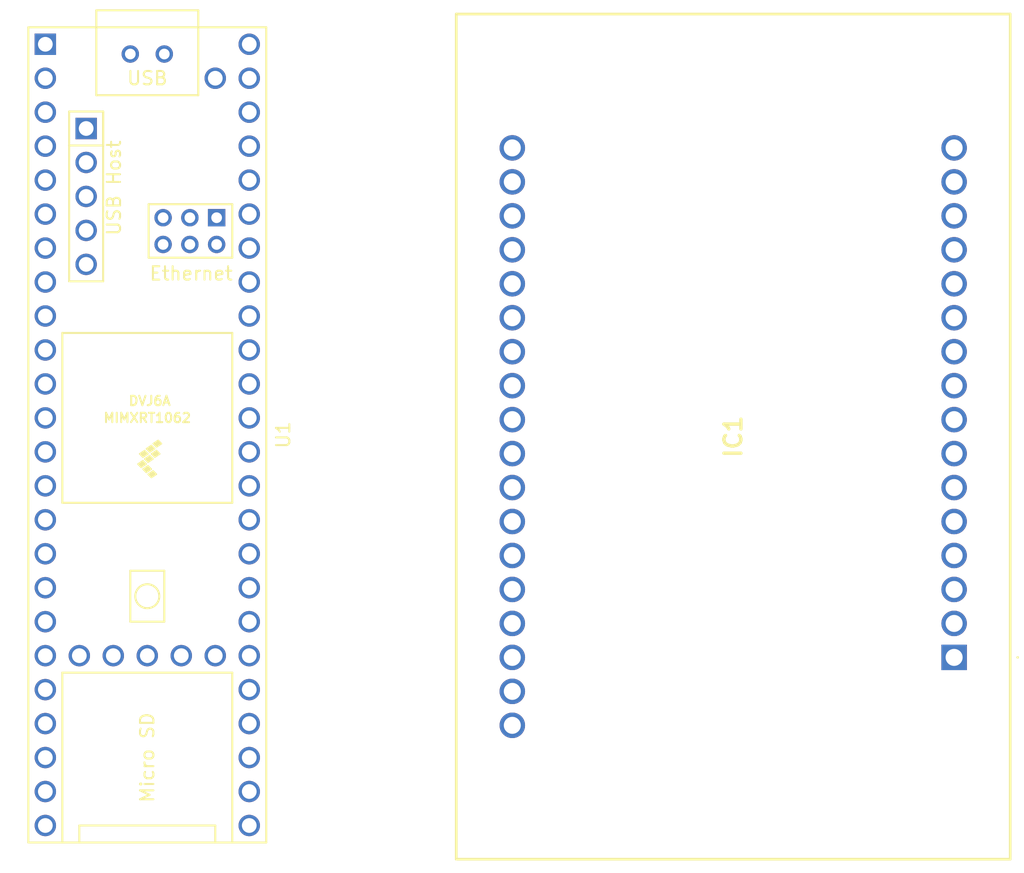
<source format=kicad_pcb>
(kicad_pcb (version 20240108) (generator "pcbnew") (generator_version "8.0")
  (layers (0 "F.Cu" signal) (31 "B.Cu" signal) (34 "B.Paste" user) (35 "F.Paste" user) (36 "B.SilkS" user "B.Silkscreen") (37 "F.SilkS" user "F.Silkscreen") (38 "B.Mask" user) (39 "F.Mask" user) (44 "Edge.Cuts" user))
  (net 0 "")
  (footprint "teensy:Teensy41" (layer "F.Cu") (at 81.82 88.19 -90)
    (property "Reference" "U1" (at 0 -10.16 90) (layer "F.SilkS"))
    (property "Value" "Teensy4.1")
    (fp_line (start -30.48 8.89) (end -30.48 -8.89) (stroke (width 0.15)) (layer "F.SilkS"))
    (fp_line (start 30.48 8.89) (end -30.48 8.89) (stroke (width 0.15)) (layer "F.SilkS"))
    (fp_line (start -7.62 6.35) (end 5.08 6.35) (stroke (width 0.15)) (layer "F.SilkS"))
    (fp_line (start 5.08 6.35) (end 5.08 -6.35) (stroke (width 0.15)) (layer "F.SilkS"))
    (fp_line (start 17.78 6.35) (end 30.48 6.35) (stroke (width 0.15)) (layer "F.SilkS"))
    (fp_line (start -24.1808 5.8392) (end -24.1808 3.2992) (stroke (width 0.15)) (layer "F.SilkS"))
    (fp_line (start -11.4808 5.8392) (end -24.1808 5.8392) (stroke (width 0.15)) (layer "F.SilkS"))
    (fp_line (start 29.21 5.08) (end 30.48 5.08) (stroke (width 0.15)) (layer "F.SilkS"))
    (fp_line (start -31.75 3.81) (end -31.75 -3.81) (stroke (width 0.15)) (layer "F.SilkS"))
    (fp_line (start -30.48 3.81) (end -31.75 3.81) (stroke (width 0.15)) (layer "F.SilkS"))
    (fp_line (start -25.4 3.81) (end -30.48 3.81) (stroke (width 0.15)) (layer "F.SilkS"))
    (fp_line (start -25.4 3.81) (end -25.4 -3.81) (stroke (width 0.15)) (layer "F.SilkS"))
    (fp_line (start -24.1808 3.2992) (end -21.6408 3.2992) (stroke (width 0.15)) (layer "F.SilkS"))
    (fp_line (start -24.1808 3.2992) (end -11.4808 3.2992) (stroke (width 0.15)) (layer "F.SilkS"))
    (fp_line (start -21.6408 3.2992) (end -21.6408 5.8392) (stroke (width 0.15)) (layer "F.SilkS"))
    (fp_line (start -11.4808 3.2992) (end -11.4808 5.8392) (stroke (width 0.15)) (layer "F.SilkS"))
    (fp_line (start 10.16 1.27) (end 10.16 -1.27) (stroke (width 0.15)) (layer "F.SilkS"))
    (fp_line (start 13.97 1.27) (end 10.16 1.27) (stroke (width 0.15)) (layer "F.SilkS"))
    (fp_line (start -17.25 -0.1016) (end -13.25 -0.1016) (stroke (width 0.15)) (layer "F.SilkS"))
    (fp_line (start -13.25 -0.1016) (end -13.25 -6.3516) (stroke (width 0.15)) (layer "F.SilkS"))
    (fp_line (start 10.16 -1.27) (end 13.97 -1.27) (stroke (width 0.15)) (layer "F.SilkS"))
    (fp_line (start 13.97 -1.27) (end 13.97 1.27) (stroke (width 0.15)) (layer "F.SilkS"))
    (fp_line (start -31.75 -3.81) (end -30.48 -3.81) (stroke (width 0.15)) (layer "F.SilkS"))
    (fp_line (start -25.4 -3.81) (end -30.48 -3.81) (stroke (width 0.15)) (layer "F.SilkS"))
    (fp_line (start 29.21 -5.08) (end 29.21 5.08) (stroke (width 0.15)) (layer "F.SilkS"))
    (fp_line (start 30.48 -5.08) (end 29.21 -5.08) (stroke (width 0.15)) (layer "F.SilkS"))
    (fp_line (start -17.25 -6.1016) (end -17.25 -0.1016) (stroke (width 0.15)) (layer "F.SilkS"))
    (fp_line (start -7.62 -6.35) (end -7.62 6.35) (stroke (width 0.15)) (layer "F.SilkS"))
    (fp_line (start 5.08 -6.35) (end -7.62 -6.35) (stroke (width 0.15)) (layer "F.SilkS"))
    (fp_line (start 17.78 -6.35) (end 17.78 6.35) (stroke (width 0.15)) (layer "F.SilkS"))
    (fp_line (start 30.48 -6.35) (end 17.78 -6.35) (stroke (width 0.15)) (layer "F.SilkS"))
    (fp_line (start -17.25 -6.3516) (end -17.25 -6.1016) (stroke (width 0.15)) (layer "F.SilkS"))
    (fp_line (start -13.25 -6.3516) (end -17.25 -6.3516) (stroke (width 0.15)) (layer "F.SilkS"))
    (fp_line (start -30.48 -8.89) (end 30.48 -8.89) (stroke (width 0.15)) (layer "F.SilkS"))
    (fp_line (start 30.48 -8.89) (end 30.48 8.89) (stroke (width 0.15)) (layer "F.SilkS"))
    (fp_circle (center 12.065 0) (end 12.7 -0.635) (stroke (width 0.15)) (fill none) (layer "F.SilkS"))
    (fp_poly (pts (xy 2.435 0.455) (xy 2.181 0.709) (xy 1.927 0.328) (xy 2.181 0.074)) (stroke (width 0.1)) (fill solid) (layer "F.SilkS"))
    (fp_poly (pts (xy 1.673 0.328) (xy 1.419 0.582) (xy 1.165 0.201) (xy 1.419 -0.053)) (stroke (width 0.1)) (fill solid) (layer "F.SilkS"))
    (fp_poly (pts (xy 2.816 0.074) (xy 2.562 0.328) (xy 2.308 -0.053) (xy 2.562 -0.307)) (stroke (width 0.1)) (fill solid) (layer "F.SilkS"))
    (fp_poly (pts (xy 2.054 -0.053) (xy 1.8 0.201) (xy 1.546 -0.18) (xy 1.8 -0.434)) (stroke (width 0.1)) (fill solid) (layer "F.SilkS"))
    (fp_poly (pts (xy 1.292 -0.18) (xy 1.038 0.074) (xy 0.784 -0.307) (xy 1.038 -0.561)) (stroke (width 0.1)) (fill solid) (layer "F.SilkS"))
    (fp_poly (pts (xy 3.197 -0.307) (xy 2.943 -0.053) (xy 2.689 -0.434) (xy 2.943 -0.688)) (stroke (width 0.1)) (fill solid) (layer "F.SilkS"))
    (fp_poly (pts (xy 1.673 -0.561) (xy 1.419 -0.307) (xy 1.165 -0.688) (xy 1.419 -0.942)) (stroke (width 0.1)) (fill solid) (layer "F.SilkS"))
    (fp_poly (pts (xy 0.911 -0.688) (xy 0.657 -0.434) (xy 0.403 -0.815) (xy 0.657 -1.069)) (stroke (width 0.1)) (fill solid) (layer "F.SilkS"))
    (fp_text user "Ethernet" (at -12.065 -3.2766 0) (layer "F.SilkS"))
    (fp_text user "Micro SD" (at 24.13 0 90) (layer "F.SilkS"))
    (fp_text user "MIMXRT1062" (at -1.27 0 0) (layer "F.SilkS") (effects (font (size 0.7 0.7))))
    (fp_text user "DVJ6A" (at -2.54 -0.18 0) (layer "F.SilkS") (effects (font (size 0.7 0.7))))
    (fp_text user "USB Host" (at -18.4658 2.4892 90) (layer "F.SilkS"))
    (fp_text user "USB" (at -26.67 0 0) (layer "F.SilkS"))
    (pad "1" thru_hole rect (at -29.21 7.62 270) (size 1.6 1.6) (drill 1.1) (layers "*.Cu" "*.Mask"))
    (pad "2" thru_hole circle (at -26.67 7.62 270) (size 1.6 1.6) (drill 1.1) (layers "*.Cu" "*.Mask"))
    (pad "3" thru_hole circle (at -24.13 7.62 270) (size 1.6 1.6) (drill 1.1) (layers "*.Cu" "*.Mask"))
    (pad "4" thru_hole circle (at -21.59 7.62 270) (size 1.6 1.6) (drill 1.1) (layers "*.Cu" "*.Mask"))
    (pad "5" thru_hole circle (at -19.05 7.62 270) (size 1.6 1.6) (drill 1.1) (layers "*.Cu" "*.Mask"))
    (pad "6" thru_hole circle (at -16.51 7.62 270) (size 1.6 1.6) (drill 1.1) (layers "*.Cu" "*.Mask"))
    (pad "7" thru_hole circle (at -13.97 7.62 270) (size 1.6 1.6) (drill 1.1) (layers "*.Cu" "*.Mask"))
    (pad "8" thru_hole circle (at -11.43 7.62 270) (size 1.6 1.6) (drill 1.1) (layers "*.Cu" "*.Mask"))
    (pad "9" thru_hole circle (at -8.89 7.62 270) (size 1.6 1.6) (drill 1.1) (layers "*.Cu" "*.Mask"))
    (pad "10" thru_hole circle (at -6.35 7.62 270) (size 1.6 1.6) (drill 1.1) (layers "*.Cu" "*.Mask"))
    (pad "11" thru_hole circle (at -3.81 7.62 270) (size 1.6 1.6) (drill 1.1) (layers "*.Cu" "*.Mask"))
    (pad "12" thru_hole circle (at -1.27 7.62 270) (size 1.6 1.6) (drill 1.1) (layers "*.Cu" "*.Mask"))
    (pad "13" thru_hole circle (at 1.27 7.62 270) (size 1.6 1.6) (drill 1.1) (layers "*.Cu" "*.Mask"))
    (pad "14" thru_hole circle (at 3.81 7.62 270) (size 1.6 1.6) (drill 1.1) (layers "*.Cu" "*.Mask"))
    (pad "15" thru_hole circle (at 6.35 7.62 270) (size 1.6 1.6) (drill 1.1) (layers "*.Cu" "*.Mask"))
    (pad "16" thru_hole circle (at 8.89 7.62 270) (size 1.6 1.6) (drill 1.1) (layers "*.Cu" "*.Mask"))
    (pad "17" thru_hole circle (at 11.43 7.62 270) (size 1.6 1.6) (drill 1.1) (layers "*.Cu" "*.Mask"))
    (pad "18" thru_hole circle (at 13.97 7.62 270) (size 1.6 1.6) (drill 1.1) (layers "*.Cu" "*.Mask"))
    (pad "19" thru_hole circle (at 16.51 7.62 270) (size 1.6 1.6) (drill 1.1) (layers "*.Cu" "*.Mask"))
    (pad "20" thru_hole circle (at 19.05 7.62 270) (size 1.6 1.6) (drill 1.1) (layers "*.Cu" "*.Mask"))
    (pad "21" thru_hole circle (at 21.59 7.62 270) (size 1.6 1.6) (drill 1.1) (layers "*.Cu" "*.Mask"))
    (pad "22" thru_hole circle (at 24.13 7.62 270) (size 1.6 1.6) (drill 1.1) (layers "*.Cu" "*.Mask"))
    (pad "23" thru_hole circle (at 26.67 7.62 270) (size 1.6 1.6) (drill 1.1) (layers "*.Cu" "*.Mask"))
    (pad "24" thru_hole circle (at 29.21 7.62 270) (size 1.6 1.6) (drill 1.1) (layers "*.Cu" "*.Mask"))
    (pad "25" thru_hole circle (at 29.21 -7.62 270) (size 1.6 1.6) (drill 1.1) (layers "*.Cu" "*.Mask"))
    (pad "26" thru_hole circle (at 26.67 -7.62 270) (size 1.6 1.6) (drill 1.1) (layers "*.Cu" "*.Mask"))
    (pad "27" thru_hole circle (at 24.13 -7.62 270) (size 1.6 1.6) (drill 1.1) (layers "*.Cu" "*.Mask"))
    (pad "28" thru_hole circle (at 21.59 -7.62 270) (size 1.6 1.6) (drill 1.1) (layers "*.Cu" "*.Mask"))
    (pad "29" thru_hole circle (at 19.05 -7.62 270) (size 1.6 1.6) (drill 1.1) (layers "*.Cu" "*.Mask"))
    (pad "30" thru_hole circle (at 16.51 -7.62 270) (size 1.6 1.6) (drill 1.1) (layers "*.Cu" "*.Mask"))
    (pad "31" thru_hole circle (at 13.97 -7.62 270) (size 1.6 1.6) (drill 1.1) (layers "*.Cu" "*.Mask"))
    (pad "32" thru_hole circle (at 11.43 -7.62 270) (size 1.6 1.6) (drill 1.1) (layers "*.Cu" "*.Mask"))
    (pad "33" thru_hole circle (at 8.89 -7.62 270) (size 1.6 1.6) (drill 1.1) (layers "*.Cu" "*.Mask"))
    (pad "34" thru_hole circle (at 6.35 -7.62 270) (size 1.6 1.6) (drill 1.1) (layers "*.Cu" "*.Mask"))
    (pad "35" thru_hole circle (at 3.81 -7.62 270) (size 1.6 1.6) (drill 1.1) (layers "*.Cu" "*.Mask"))
    (pad "36" thru_hole circle (at 1.27 -7.62 270) (size 1.6 1.6) (drill 1.1) (layers "*.Cu" "*.Mask"))
    (pad "37" thru_hole circle (at -1.27 -7.62 270) (size 1.6 1.6) (drill 1.1) (layers "*.Cu" "*.Mask"))
    (pad "38" thru_hole circle (at -3.81 -7.62 270) (size 1.6 1.6) (drill 1.1) (layers "*.Cu" "*.Mask"))
    (pad "39" thru_hole circle (at -6.35 -7.62 270) (size 1.6 1.6) (drill 1.1) (layers "*.Cu" "*.Mask"))
    (pad "40" thru_hole circle (at -8.89 -7.62 270) (size 1.6 1.6) (drill 1.1) (layers "*.Cu" "*.Mask"))
    (pad "41" thru_hole circle (at -11.43 -7.62 270) (size 1.6 1.6) (drill 1.1) (layers "*.Cu" "*.Mask"))
    (pad "42" thru_hole circle (at -13.97 -7.62 270) (size 1.6 1.6) (drill 1.1) (layers "*.Cu" "*.Mask"))
    (pad "43" thru_hole circle (at -16.51 -7.62 270) (size 1.6 1.6) (drill 1.1) (layers "*.Cu" "*.Mask"))
    (pad "44" thru_hole circle (at -19.05 -7.62 270) (size 1.6 1.6) (drill 1.1) (layers "*.Cu" "*.Mask"))
    (pad "45" thru_hole circle (at -21.59 -7.62 270) (size 1.6 1.6) (drill 1.1) (layers "*.Cu" "*.Mask"))
    (pad "46" thru_hole circle (at -24.13 -7.62 270) (size 1.6 1.6) (drill 1.1) (layers "*.Cu" "*.Mask"))
    (pad "47" thru_hole circle (at -26.67 -7.62 270) (size 1.6 1.6) (drill 1.1) (layers "*.Cu" "*.Mask"))
    (pad "48" thru_hole circle (at -29.21 -7.62 270) (size 1.6 1.6) (drill 1.1) (layers "*.Cu" "*.Mask"))
    (pad "49" thru_hole circle (at -26.67 -5.08 270) (size 1.6 1.6) (drill 1.1) (layers "*.Cu" "*.Mask"))
    (pad "50" thru_hole circle (at 16.51 5.08 270) (size 1.6 1.6) (drill 1.1) (layers "*.Cu" "*.Mask"))
    (pad "51" thru_hole circle (at 16.51 2.54 270) (size 1.6 1.6) (drill 1.1) (layers "*.Cu" "*.Mask"))
    (pad "52" thru_hole circle (at 16.51 0 270) (size 1.6 1.6) (drill 1.1) (layers "*.Cu" "*.Mask"))
    (pad "53" thru_hole circle (at 16.51 -2.54 270) (size 1.6 1.6) (drill 1.1) (layers "*.Cu" "*.Mask"))
    (pad "54" thru_hole circle (at 16.51 -5.08 270) (size 1.6 1.6) (drill 1.1) (layers "*.Cu" "*.Mask"))
    (pad "55" thru_hole rect (at -22.9108 4.5692 270) (size 1.6 1.6) (drill 1.1) (layers "*.Cu" "*.Mask"))
    (pad "56" thru_hole circle (at -20.3708 4.5692 270) (size 1.6 1.6) (drill 1.1) (layers "*.Cu" "*.Mask"))
    (pad "57" thru_hole circle (at -17.8308 4.5692 270) (size 1.6 1.6) (drill 1.1) (layers "*.Cu" "*.Mask"))
    (pad "58" thru_hole circle (at -15.2908 4.5692 270) (size 1.6 1.6) (drill 1.1) (layers "*.Cu" "*.Mask"))
    (pad "59" thru_hole circle (at -12.7508 4.5692 270) (size 1.6 1.6) (drill 1.1) (layers "*.Cu" "*.Mask"))
    (pad "60" thru_hole rect (at -16.24 -5.1816 270) (size 1.3 1.3) (drill 0.8) (layers "*.Cu" "*.Mask"))
    (pad "61" thru_hole circle (at -16.24 -3.1816 270) (size 1.3 1.3) (drill 0.8) (layers "*.Cu" "*.Mask"))
    (pad "62" thru_hole circle (at -16.24 -1.1816 270) (size 1.3 1.3) (drill 0.8) (layers "*.Cu" "*.Mask"))
    (pad "63" thru_hole circle (at -14.24 -1.1816 270) (size 1.3 1.3) (drill 0.8) (layers "*.Cu" "*.Mask"))
    (pad "64" thru_hole circle (at -14.24 -3.1816 270) (size 1.3 1.3) (drill 0.8) (layers "*.Cu" "*.Mask"))
    (pad "65" thru_hole circle (at -14.24 -5.1816 270) (size 1.3 1.3) (drill 0.8) (layers "*.Cu" "*.Mask"))
    (pad "66" thru_hole circle (at -28.48 -1.27 270) (size 1.3 1.3) (drill 0.8) (layers "*.Cu" "*.Mask"))
    (pad "67" thru_hole circle (at -28.48 1.27 270) (size 1.3 1.3) (drill 0.8) (layers "*.Cu" "*.Mask"))
  )
  (footprint "custom:MP108FD" (layer "F.Cu") (at 142.12 104.83 90)
    (property "Reference" "IC1" (at 16.51 -16.51 90) (layer "F.SilkS") (effects (font (size 1.27 1.27) (thickness 0.254))))
    (property "Value" "MP108FD" (hide yes))
    (fp_line (start 48.11 -37.21) (end 48.11 4.19) (stroke (width 0.2)) (layer "F.SilkS"))
    (fp_line (start -15.09 -37.21) (end 48.11 -37.21) (stroke (width 0.2)) (layer "F.SilkS"))
    (fp_line (start 48.11 4.19) (end -15.09 4.19) (stroke (width 0.2)) (layer "F.SilkS"))
    (fp_line (start -15.09 4.19) (end -15.09 -37.21) (stroke (width 0.2)) (layer "F.SilkS"))
    (fp_line (start 0 4.7) (end 0 4.7) (stroke (width 0.1)) (layer "F.SilkS"))
    (fp_line (start 0 4.8) (end 0 4.8) (stroke (width 0.1)) (layer "F.SilkS"))
    (fp_arc (start 0 4.7) (mid 0.05 4.75) (end 0 4.8) (stroke (width 0.1)) (layer "F.SilkS"))
    (fp_arc (start 0 4.8) (mid -0.05 4.75) (end 0 4.7) (stroke (width 0.1)) (layer "F.SilkS"))
    (pad "1" thru_hole rect (at 0 0 90) (size 1.905 1.905) (drill 1.27) (layers "*.Cu" "*.Mask"))
    (pad "2" thru_hole circle (at 2.54 0 90) (size 1.905 1.905) (drill 1.27) (layers "*.Cu" "*.Mask"))
    (pad "3" thru_hole circle (at 5.08 0 90) (size 1.905 1.905) (drill 1.27) (layers "*.Cu" "*.Mask"))
    (pad "4" thru_hole circle (at 7.62 0 90) (size 1.905 1.905) (drill 1.27) (layers "*.Cu" "*.Mask"))
    (pad "5" thru_hole circle (at 10.16 0 90) (size 1.905 1.905) (drill 1.27) (layers "*.Cu" "*.Mask"))
    (pad "6" thru_hole circle (at 12.7 0 90) (size 1.905 1.905) (drill 1.27) (layers "*.Cu" "*.Mask"))
    (pad "7" thru_hole circle (at 15.24 0 90) (size 1.905 1.905) (drill 1.27) (layers "*.Cu" "*.Mask"))
    (pad "8" thru_hole circle (at 17.78 0 90) (size 1.905 1.905) (drill 1.27) (layers "*.Cu" "*.Mask"))
    (pad "9" thru_hole circle (at 20.32 0 90) (size 1.905 1.905) (drill 1.27) (layers "*.Cu" "*.Mask"))
    (pad "10" thru_hole circle (at 22.86 0 90) (size 1.905 1.905) (drill 1.27) (layers "*.Cu" "*.Mask"))
    (pad "11" thru_hole circle (at 25.4 0 90) (size 1.905 1.905) (drill 1.27) (layers "*.Cu" "*.Mask"))
    (pad "12" thru_hole circle (at 27.94 0 90) (size 1.905 1.905) (drill 1.27) (layers "*.Cu" "*.Mask"))
    (pad "13" thru_hole circle (at 30.48 0 90) (size 1.905 1.905) (drill 1.27) (layers "*.Cu" "*.Mask"))
    (pad "14" thru_hole circle (at 33.02 0 90) (size 1.905 1.905) (drill 1.27) (layers "*.Cu" "*.Mask"))
    (pad "15" thru_hole circle (at 35.56 0 90) (size 1.905 1.905) (drill 1.27) (layers "*.Cu" "*.Mask"))
    (pad "16" thru_hole circle (at 38.1 0 90) (size 1.905 1.905) (drill 1.27) (layers "*.Cu" "*.Mask"))
    (pad "17" thru_hole circle (at 38.1 -33.02 90) (size 1.905 1.905) (drill 1.27) (layers "*.Cu" "*.Mask"))
    (pad "18" thru_hole circle (at 35.56 -33.02 90) (size 1.905 1.905) (drill 1.27) (layers "*.Cu" "*.Mask"))
    (pad "19" thru_hole circle (at 33.02 -33.02 90) (size 1.905 1.905) (drill 1.27) (layers "*.Cu" "*.Mask"))
    (pad "20" thru_hole circle (at 30.48 -33.02 90) (size 1.905 1.905) (drill 1.27) (layers "*.Cu" "*.Mask"))
    (pad "21" thru_hole circle (at 27.94 -33.02 90) (size 1.905 1.905) (drill 1.27) (layers "*.Cu" "*.Mask"))
    (pad "22" thru_hole circle (at 25.4 -33.02 90) (size 1.905 1.905) (drill 1.27) (layers "*.Cu" "*.Mask"))
    (pad "23" thru_hole circle (at 22.86 -33.02 90) (size 1.905 1.905) (drill 1.27) (layers "*.Cu" "*.Mask"))
    (pad "24" thru_hole circle (at 20.32 -33.02 90) (size 1.905 1.905) (drill 1.27) (layers "*.Cu" "*.Mask"))
    (pad "25" thru_hole circle (at 17.78 -33.02 90) (size 1.905 1.905) (drill 1.27) (layers "*.Cu" "*.Mask"))
    (pad "26" thru_hole circle (at 15.24 -33.02 90) (size 1.905 1.905) (drill 1.27) (layers "*.Cu" "*.Mask"))
    (pad "27" thru_hole circle (at 12.7 -33.02 90) (size 1.905 1.905) (drill 1.27) (layers "*.Cu" "*.Mask"))
    (pad "28" thru_hole circle (at 10.16 -33.02 90) (size 1.905 1.905) (drill 1.27) (layers "*.Cu" "*.Mask"))
    (pad "29" thru_hole circle (at 7.62 -33.02 90) (size 1.905 1.905) (drill 1.27) (layers "*.Cu" "*.Mask"))
    (pad "30" thru_hole circle (at 5.08 -33.02 90) (size 1.905 1.905) (drill 1.27) (layers "*.Cu" "*.Mask"))
    (pad "31" thru_hole circle (at 2.54 -33.02 90) (size 1.905 1.905) (drill 1.27) (layers "*.Cu" "*.Mask"))
    (pad "32" thru_hole circle (at 0 -33.02 90) (size 1.905 1.905) (drill 1.27) (layers "*.Cu" "*.Mask"))
    (pad "33" thru_hole circle (at -2.54 -33.02 90) (size 1.905 1.905) (drill 1.27) (layers "*.Cu" "*.Mask"))
    (pad "34" thru_hole circle (at -5.08 -33.02 90) (size 1.905 1.905) (drill 1.27) (layers "*.Cu" "*.Mask"))
  )
)
</source>
